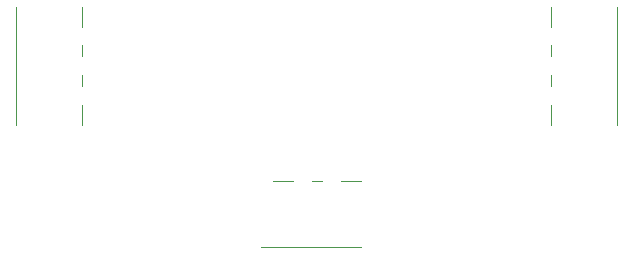
<source format=gbr>
%TF.GenerationSoftware,KiCad,Pcbnew,8.0.8*%
%TF.CreationDate,2025-01-27T09:22:13+00:00*%
%TF.ProjectId,ViaTest,56696154-6573-4742-9e6b-696361645f70,rev?*%
%TF.SameCoordinates,Original*%
%TF.FileFunction,Legend,Top*%
%TF.FilePolarity,Positive*%
%FSLAX46Y46*%
G04 Gerber Fmt 4.6, Leading zero omitted, Abs format (unit mm)*
G04 Created by KiCad (PCBNEW 8.0.8) date 2025-01-27 09:22:13*
%MOMM*%
%LPD*%
G01*
G04 APERTURE LIST*
%ADD10C,0.120000*%
G04 APERTURE END LIST*
D10*
%TO.C,J2*%
X162270000Y-89200000D02*
X162270000Y-87500000D01*
X162270000Y-91700000D02*
X162270000Y-90800000D01*
X162270000Y-94200000D02*
X162270000Y-93300000D01*
X162270000Y-97500000D02*
X162270000Y-95800000D01*
X167880000Y-87500000D02*
X167880000Y-97500000D01*
%TO.C,J1*%
X116990000Y-97500000D02*
X116990000Y-87500000D01*
X122600000Y-87500000D02*
X122600000Y-89200000D01*
X122600000Y-90800000D02*
X122600000Y-91700000D01*
X122600000Y-93300000D02*
X122600000Y-94200000D01*
X122600000Y-95800000D02*
X122600000Y-97500000D01*
%TO.C,J3*%
X138750000Y-102270000D02*
X140450000Y-102270000D01*
X142050000Y-102270000D02*
X142950000Y-102270000D01*
X144550000Y-102270000D02*
X146250000Y-102270000D01*
X146250000Y-107880000D02*
X137750000Y-107880000D01*
%TD*%
M02*

</source>
